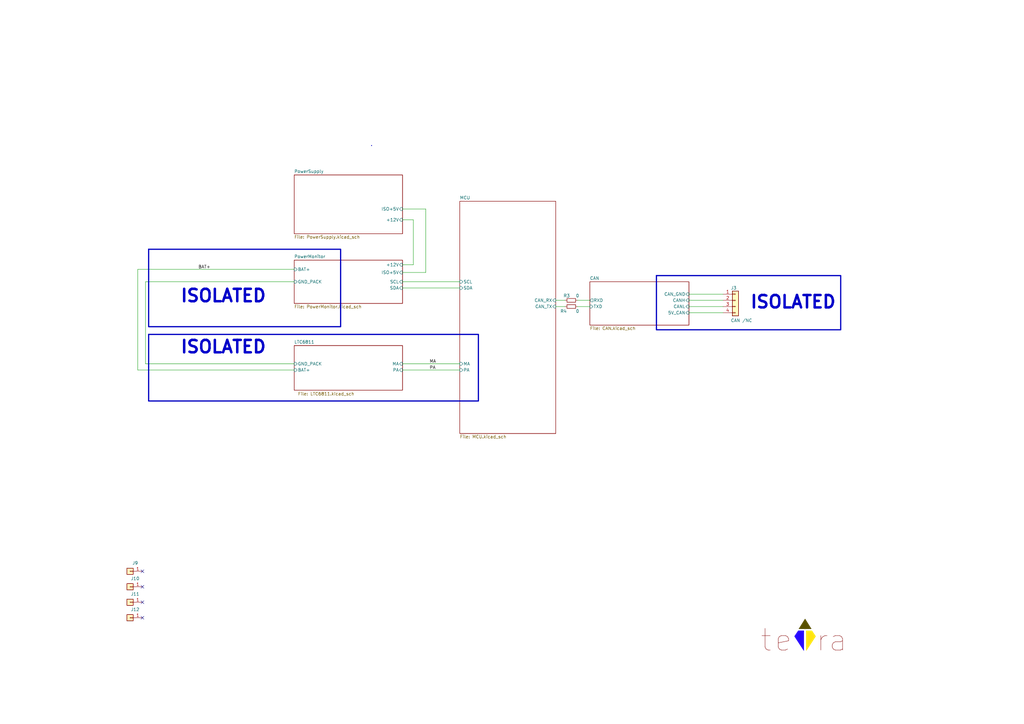
<source format=kicad_sch>
(kicad_sch (version 20230121) (generator eeschema)

  (uuid 6a86ff6f-b159-4c4c-8a40-e732cc82e010)

  (paper "A3")

  (title_block
    (title "BMS-Master")
    (date "2023-10-19")
    (rev "V0.1")
    (company "teTra")
  )

  (lib_symbols
    (symbol "Connector_Generic:Conn_01x01" (pin_names (offset 1.016) hide) (in_bom yes) (on_board yes)
      (property "Reference" "J" (at 0 2.54 0)
        (effects (font (size 1.27 1.27)))
      )
      (property "Value" "Conn_01x01" (at 0 -2.54 0)
        (effects (font (size 1.27 1.27)))
      )
      (property "Footprint" "" (at 0 0 0)
        (effects (font (size 1.27 1.27)) hide)
      )
      (property "Datasheet" "~" (at 0 0 0)
        (effects (font (size 1.27 1.27)) hide)
      )
      (property "ki_keywords" "connector" (at 0 0 0)
        (effects (font (size 1.27 1.27)) hide)
      )
      (property "ki_description" "Generic connector, single row, 01x01, script generated (kicad-library-utils/schlib/autogen/connector/)" (at 0 0 0)
        (effects (font (size 1.27 1.27)) hide)
      )
      (property "ki_fp_filters" "Connector*:*_1x??_*" (at 0 0 0)
        (effects (font (size 1.27 1.27)) hide)
      )
      (symbol "Conn_01x01_1_1"
        (rectangle (start -1.27 0.127) (end 0 -0.127)
          (stroke (width 0.1524) (type default))
          (fill (type none))
        )
        (rectangle (start -1.27 1.27) (end 1.27 -1.27)
          (stroke (width 0.254) (type default))
          (fill (type background))
        )
        (pin passive line (at -5.08 0 0) (length 3.81)
          (name "Pin_1" (effects (font (size 1.27 1.27))))
          (number "1" (effects (font (size 1.27 1.27))))
        )
      )
    )
    (symbol "Connector_Generic:Conn_01x04" (pin_names (offset 1.016) hide) (in_bom yes) (on_board yes)
      (property "Reference" "J" (at 0 5.08 0)
        (effects (font (size 1.27 1.27)))
      )
      (property "Value" "Conn_01x04" (at 0 -7.62 0)
        (effects (font (size 1.27 1.27)))
      )
      (property "Footprint" "Connector_PinHeader_2.54mm:PinHeader_1x04_P2.54mm_Vertical" (at 0 0 0)
        (effects (font (size 1.27 1.27)) hide)
      )
      (property "Datasheet" "~" (at 0 0 0)
        (effects (font (size 1.27 1.27)) hide)
      )
      (property "ki_keywords" "connector" (at 0 0 0)
        (effects (font (size 1.27 1.27)) hide)
      )
      (property "ki_description" "Generic connector, single row, 01x04, script generated (kicad-library-utils/schlib/autogen/connector/)" (at 0 0 0)
        (effects (font (size 1.27 1.27)) hide)
      )
      (property "ki_fp_filters" "Connector*:*_1x??_*" (at 0 0 0)
        (effects (font (size 1.27 1.27)) hide)
      )
      (symbol "Conn_01x04_1_1"
        (rectangle (start -1.27 -4.953) (end 0 -5.207)
          (stroke (width 0.1524) (type default))
          (fill (type none))
        )
        (rectangle (start -1.27 -2.413) (end 0 -2.667)
          (stroke (width 0.1524) (type default))
          (fill (type none))
        )
        (rectangle (start -1.27 0.127) (end 0 -0.127)
          (stroke (width 0.1524) (type default))
          (fill (type none))
        )
        (rectangle (start -1.27 2.667) (end 0 2.413)
          (stroke (width 0.1524) (type default))
          (fill (type none))
        )
        (rectangle (start -1.27 3.81) (end 1.27 -6.35)
          (stroke (width 0.254) (type default))
          (fill (type background))
        )
        (pin passive line (at -5.08 2.54 0) (length 3.81)
          (name "Pin_1" (effects (font (size 1.27 1.27))))
          (number "1" (effects (font (size 1.27 1.27))))
        )
        (pin passive line (at -5.08 0 0) (length 3.81)
          (name "Pin_2" (effects (font (size 1.27 1.27))))
          (number "2" (effects (font (size 1.27 1.27))))
        )
        (pin passive line (at -5.08 -2.54 0) (length 3.81)
          (name "Pin_3" (effects (font (size 1.27 1.27))))
          (number "3" (effects (font (size 1.27 1.27))))
        )
        (pin passive line (at -5.08 -5.08 0) (length 3.81)
          (name "Pin_4" (effects (font (size 1.27 1.27))))
          (number "4" (effects (font (size 1.27 1.27))))
        )
      )
    )
    (symbol "Device:R_Small" (pin_numbers hide) (pin_names (offset 0.254) hide) (in_bom yes) (on_board yes)
      (property "Reference" "R" (at 0.762 0.508 0)
        (effects (font (size 1.27 1.27)) (justify left))
      )
      (property "Value" "R_Small" (at 0.762 -1.016 0)
        (effects (font (size 1.27 1.27)) (justify left))
      )
      (property "Footprint" "" (at 0 0 0)
        (effects (font (size 1.27 1.27)) hide)
      )
      (property "Datasheet" "~" (at 0 0 0)
        (effects (font (size 1.27 1.27)) hide)
      )
      (property "ki_keywords" "R resistor" (at 0 0 0)
        (effects (font (size 1.27 1.27)) hide)
      )
      (property "ki_description" "Resistor, small symbol" (at 0 0 0)
        (effects (font (size 1.27 1.27)) hide)
      )
      (property "ki_fp_filters" "R_*" (at 0 0 0)
        (effects (font (size 1.27 1.27)) hide)
      )
      (symbol "R_Small_0_1"
        (rectangle (start -0.762 1.778) (end 0.762 -1.778)
          (stroke (width 0.2032) (type default))
          (fill (type none))
        )
      )
      (symbol "R_Small_1_1"
        (pin passive line (at 0 2.54 270) (length 0.762)
          (name "~" (effects (font (size 1.27 1.27))))
          (number "1" (effects (font (size 1.27 1.27))))
        )
        (pin passive line (at 0 -2.54 90) (length 0.762)
          (name "~" (effects (font (size 1.27 1.27))))
          (number "2" (effects (font (size 1.27 1.27))))
        )
      )
    )
    (symbol "Fiber_Optic:logo" (pin_numbers hide) (pin_names (offset 0) hide) (in_bom yes) (on_board yes)
      (property "Reference" "LOGO" (at 7.747 8.763 0)
        (effects (font (size 1.27 1.27)) hide)
      )
      (property "Value" "teTra" (at 0.254 7.874 0)
        (effects (font (size 1.27 1.27)) hide)
      )
      (property "Footprint" "Symbol:teTra-LOGO" (at 0 3.302 0)
        (effects (font (size 1.27 1.27)) hide)
      )
      (property "Datasheet" "" (at 0 3.302 0)
        (effects (font (size 1.27 1.27)) hide)
      )
      (symbol "logo_1_1"
        (polyline
          (pts
            (xy 0 7.112)
            (xy -2.54 3.048)
            (xy 2.54 3.048)
            (xy 0 7.112)
          )
          (stroke (width 0) (type default) (color 88 80 0 1))
          (fill (type color) (color 88 80 0 1))
        )
        (polyline
          (pts
            (xy -0.508 2.286)
            (xy -2.794 2.286)
            (xy -4.318 0)
            (xy -0.508 -5.842)
            (xy -0.508 2.286)
          )
          (stroke (width 0) (type default) (color 38 9 255 1))
          (fill (type color) (color 38 9 255 1))
        )
        (polyline
          (pts
            (xy 0.508 2.286)
            (xy 2.794 2.286)
            (xy 4.318 0)
            (xy 0.508 -5.842)
            (xy 0.508 2.286)
          )
          (stroke (width 0) (type default) (color 255 228 16 1))
          (fill (type color) (color 255 228 16 1))
        )
        (text "a" (at 13.462 -1.524 0)
          (effects (font (face "KiCad Font") (size 8.89 8.89)))
        )
        (text "e" (at -8.89 -1.524 0)
          (effects (font (face "KiCad Font") (size 8.89 8.89)))
        )
        (text "r" (at 7.112 -1.524 0)
          (effects (font (size 8.89 8.89)))
        )
        (text "t" (at -16.002 -1.524 0)
          (effects (font (size 8.89 8.89)))
        )
      )
    )
  )


  (no_connect (at 58.42 240.665) (uuid 063586cc-a580-48fd-89cd-ea9799bd846b))
  (no_connect (at 58.42 247.015) (uuid 1032ec73-d384-495a-9208-3a628c10ef07))
  (no_connect (at 58.42 234.315) (uuid 22f3973b-66c5-4045-8727-c2cdf1ca18f9))
  (no_connect (at 58.42 253.365) (uuid f48ff6f6-9760-4e31-a4e0-4b910cd0768e))

  (wire (pts (xy 165.1 115.57) (xy 188.595 115.57))
    (stroke (width 0) (type default))
    (uuid 011ac7e5-f05f-46c1-a182-215072e4ebc1)
  )
  (wire (pts (xy 174.625 111.76) (xy 165.1 111.76))
    (stroke (width 0) (type default))
    (uuid 21235583-bdc3-4dc0-8176-9f1537091e72)
  )
  (wire (pts (xy 165.1 118.11) (xy 188.595 118.11))
    (stroke (width 0) (type default))
    (uuid 25f61138-6c5d-47b3-8f5a-a7e3638e4741)
  )
  (wire (pts (xy 165.1 85.725) (xy 174.625 85.725))
    (stroke (width 0) (type default))
    (uuid 31007384-37d2-44ef-995a-0de8d953d844)
  )
  (wire (pts (xy 120.65 151.765) (xy 56.515 151.765))
    (stroke (width 0) (type default))
    (uuid 37e3c98f-e599-4899-9bd7-ac208c0aeff9)
  )
  (wire (pts (xy 227.965 125.73) (xy 231.775 125.73))
    (stroke (width 0) (type default))
    (uuid 46e88a53-ed75-4660-bc1c-c2b95c9941ac)
  )
  (wire (pts (xy 169.545 108.585) (xy 165.1 108.585))
    (stroke (width 0) (type default))
    (uuid 496569fb-ffec-4144-afb7-f85596ee4d37)
  )
  (wire (pts (xy 165.1 90.17) (xy 169.545 90.17))
    (stroke (width 0) (type default))
    (uuid 7ceb9a31-626c-412d-b9c2-ebecc99d5fb3)
  )
  (wire (pts (xy 59.69 115.57) (xy 59.69 149.225))
    (stroke (width 0) (type default))
    (uuid 7ed2da59-290c-4aa4-9076-580d7db53206)
  )
  (wire (pts (xy 296.545 125.73) (xy 282.575 125.73))
    (stroke (width 0) (type default))
    (uuid 838f6985-0327-41c6-8dbe-9a7f9dc3e182)
  )
  (wire (pts (xy 120.65 115.57) (xy 59.69 115.57))
    (stroke (width 0) (type default))
    (uuid 9c38bf57-7d5e-4593-b202-443dc2bbc220)
  )
  (wire (pts (xy 56.515 110.49) (xy 120.65 110.49))
    (stroke (width 0) (type default))
    (uuid a7024796-a224-4401-9ebd-b1577724675d)
  )
  (wire (pts (xy 282.575 123.19) (xy 296.545 123.19))
    (stroke (width 0) (type default))
    (uuid a818bd30-8138-4cda-908e-843677812338)
  )
  (wire (pts (xy 174.625 85.725) (xy 174.625 111.76))
    (stroke (width 0) (type default))
    (uuid b3bc85be-cccc-474c-9f74-cfaec25a6143)
  )
  (wire (pts (xy 165.1 151.765) (xy 188.595 151.765))
    (stroke (width 0) (type default))
    (uuid b4ff6b0a-7e93-4337-9256-155e814815ae)
  )
  (wire (pts (xy 227.965 123.19) (xy 231.775 123.19))
    (stroke (width 0) (type default))
    (uuid bc7dd930-2602-4e2e-93c3-9599f2f9060b)
  )
  (wire (pts (xy 59.69 149.225) (xy 120.65 149.225))
    (stroke (width 0) (type default))
    (uuid cf6e3bdc-fda9-4d23-b393-dc1a498ddf4c)
  )
  (wire (pts (xy 236.855 125.73) (xy 241.935 125.73))
    (stroke (width 0) (type default))
    (uuid d7585c83-ae7b-4c0f-b9af-12e4f2dd96e3)
  )
  (wire (pts (xy 296.545 120.65) (xy 282.575 120.65))
    (stroke (width 0) (type default))
    (uuid e37e31ce-5374-4011-af1c-816030314276)
  )
  (wire (pts (xy 165.1 149.225) (xy 188.595 149.225))
    (stroke (width 0) (type default))
    (uuid eb19816b-c788-4dca-9af1-15c54d755980)
  )
  (wire (pts (xy 56.515 151.765) (xy 56.515 110.49))
    (stroke (width 0) (type default))
    (uuid ec153ab8-558e-47ee-b5f4-7a544b53d918)
  )
  (wire (pts (xy 169.545 90.17) (xy 169.545 108.585))
    (stroke (width 0) (type default))
    (uuid effcf50a-7e4b-44a7-8933-4cfa31679a39)
  )
  (wire (pts (xy 282.575 128.27) (xy 296.545 128.27))
    (stroke (width 0) (type default))
    (uuid fb0d7c1a-9a7c-4189-9d0b-0aabda2cc7d2)
  )
  (wire (pts (xy 236.855 123.19) (xy 241.935 123.19))
    (stroke (width 0) (type default))
    (uuid fb49b02c-487f-43e3-8e44-5aa4e61eee8c)
  )

  (rectangle (start 60.96 102.235) (end 139.7 133.985)
    (stroke (width 0.5) (type default))
    (fill (type none))
    (uuid 0f5294eb-d01d-40d6-a4a4-642c2518a53a)
  )
  (rectangle (start 152.4 59.69) (end 152.4 59.69)
    (stroke (width 0) (type default))
    (fill (type none))
    (uuid 16ed3026-92db-43e4-94ce-cb9942d539a9)
  )
  (rectangle (start 152.4 59.69) (end 152.4 59.69)
    (stroke (width 0) (type default))
    (fill (type none))
    (uuid 223aa8e8-e165-46dc-8004-d0f7a65ecba6)
  )
  (rectangle (start 152.4 59.69) (end 152.4 59.69)
    (stroke (width 0) (type default))
    (fill (type none))
    (uuid 2fcede93-9de7-495d-a723-2d73c73c7b6f)
  )
  (rectangle (start 152.4 59.69) (end 152.4 59.69)
    (stroke (width 0) (type default))
    (fill (type none))
    (uuid 5fbfa526-c30f-47f6-8144-7f30cec9d859)
  )
  (rectangle (start 152.4 59.69) (end 152.4 59.69)
    (stroke (width 0) (type default))
    (fill (type none))
    (uuid 6417f53f-a88b-4d4d-99b7-072470c6c0a0)
  )
  (rectangle (start 152.4 59.69) (end 152.4 59.69)
    (stroke (width 0) (type default))
    (fill (type none))
    (uuid 761ccd63-a067-48de-bb96-f182215cb15d)
  )
  (rectangle (start 152.4 59.69) (end 152.4 59.69)
    (stroke (width 0) (type default))
    (fill (type none))
    (uuid 7833effb-1ef3-4514-9423-6ce15b0e7601)
  )
  (rectangle (start 152.4 59.69) (end 152.4 59.69)
    (stroke (width 0) (type default))
    (fill (type none))
    (uuid 84c90483-45a3-4739-b73e-9c011eb5a6b3)
  )
  (rectangle (start 152.4 59.69) (end 152.4 59.69)
    (stroke (width 0) (type default))
    (fill (type none))
    (uuid a44f9e23-e56b-46ab-98e0-a509f1df9112)
  )
  (rectangle (start 152.4 59.69) (end 152.4 59.69)
    (stroke (width 0) (type default))
    (fill (type none))
    (uuid a6c3c0d5-36dd-4850-b1a5-9e9d33dbee96)
  )
  (rectangle (start 152.4 59.69) (end 152.4 59.69)
    (stroke (width 0) (type default))
    (fill (type none))
    (uuid cc05d2e2-b228-431e-bdc0-e0860c04d0cb)
  )
  (rectangle (start 269.24 113.03) (end 344.805 135.255)
    (stroke (width 0.5) (type default))
    (fill (type none))
    (uuid d1641d51-57d4-43f0-bc53-8f624be3d3a1)
  )
  (rectangle (start 152.4 59.69) (end 152.4 59.69)
    (stroke (width 0) (type default))
    (fill (type none))
    (uuid d8735071-f685-4511-9a51-ec1dbf78025d)
  )
  (rectangle (start 152.4 59.69) (end 152.4 59.69)
    (stroke (width 0) (type default))
    (fill (type none))
    (uuid ea6bb95e-e93f-4e24-b732-f58cac2dd5b5)
  )
  (rectangle (start 152.4 59.69) (end 152.4 59.69)
    (stroke (width 0) (type default))
    (fill (type none))
    (uuid ec13c14f-f372-47c6-8a1b-793204123c6b)
  )
  (rectangle (start 60.96 137.16) (end 196.215 164.465)
    (stroke (width 0.5) (type default))
    (fill (type none))
    (uuid ecd79333-2b26-4913-bd9c-63cb6b9965e8)
  )
  (rectangle (start 152.4 59.69) (end 152.4 59.69)
    (stroke (width 0) (type default))
    (fill (type none))
    (uuid ef661221-3ee0-456b-8605-67b88b2feaa8)
  )
  (rectangle (start 152.4 59.69) (end 152.4 59.69)
    (stroke (width 0) (type default))
    (fill (type none))
    (uuid fd9b1398-e4ca-40d7-b486-76ff1cab045d)
  )

  (text "ISOLATED" (at 73.66 124.46 0)
    (effects (font (size 5.08 5.08) (thickness 1.016) bold) (justify left bottom))
    (uuid 2b4ff500-8b80-481c-a4af-fe7ec88ad5a1)
  )
  (text "ISOLATED" (at 73.66 145.415 0)
    (effects (font (size 5.08 5.08) (thickness 1.016) bold) (justify left bottom))
    (uuid 2f72da79-bdf8-4579-9ed1-a83544662245)
  )
  (text "ISOLATED" (at 307.34 127 0)
    (effects (font (size 5.08 5.08) (thickness 1.016) bold) (justify left bottom))
    (uuid ad00bf51-f311-4529-b191-851f619e2a99)
  )

  (label "BAT+" (at 81.28 110.49 0) (fields_autoplaced)
    (effects (font (size 1.27 1.27)) (justify left bottom))
    (uuid 19755d36-fd06-42d9-b98a-95b88cc641a7)
  )
  (label "PA" (at 176.149 151.765 0) (fields_autoplaced)
    (effects (font (size 1.27 1.27)) (justify left bottom))
    (uuid 6db54366-f85d-41d5-8f6f-fde0e52d91b9)
  )
  (label "MA" (at 176.149 149.225 0) (fields_autoplaced)
    (effects (font (size 1.27 1.27)) (justify left bottom))
    (uuid edf68c01-1995-433f-84e2-a8f5e0db81ec)
  )

  (symbol (lib_id "Connector_Generic:Conn_01x01") (at 53.34 234.315 180) (unit 1)
    (in_bom yes) (on_board yes) (dnp no)
    (uuid 14c9baf5-26bb-450a-95bd-8c9a4b49d6a4)
    (property "Reference" "J9" (at 55.4228 230.9368 0)
      (effects (font (size 1.27 1.27)))
    )
    (property "Value" "Hole /NC" (at 55.4228 230.9114 0)
      (effects (font (size 1.27 1.27)) hide)
    )
    (property "Footprint" "MountingHole:MountingHole_3.2mm_M3_ISO7380_Pad" (at 53.34 234.315 0)
      (effects (font (size 1.27 1.27)) hide)
    )
    (property "Datasheet" "~" (at 53.34 234.315 0)
      (effects (font (size 1.27 1.27)) hide)
    )
    (property "MPN" "N/A" (at 53.34 234.315 0)
      (effects (font (size 1.27 1.27)) hide)
    )
    (pin "1" (uuid ead4ebea-108e-4516-8b66-8e8b7f754ea0))
    (instances
      (project "LTC6811_ESP32_V1p21"
        (path "/6a86ff6f-b159-4c4c-8a40-e732cc82e010"
          (reference "J9") (unit 1)
        )
      )
      (project "LTC6811"
        (path "/c4061cfa-a05d-44c7-ba89-bb211c8b143a"
          (reference "J8") (unit 1)
        )
      )
    )
  )

  (symbol (lib_id "Device:R_Small") (at 234.315 125.73 90) (unit 1)
    (in_bom yes) (on_board yes) (dnp no)
    (uuid 4d2e84c3-efd6-4c37-9770-d0126e577c1e)
    (property "Reference" "R4" (at 231.14 127.635 90)
      (effects (font (size 1.27 1.27)))
    )
    (property "Value" "0" (at 236.855 127.635 90)
      (effects (font (size 1.27 1.27)))
    )
    (property "Footprint" "Resistor_SMD:R_0603_1608Metric" (at 234.315 125.73 0)
      (effects (font (size 1.27 1.27)) hide)
    )
    (property "Datasheet" "https://www.yageo.com/upload/media/product/products/datasheet/rchip/PYu-RC_Group_51_RoHS_L_12.pdf" (at 234.315 125.73 0)
      (effects (font (size 1.27 1.27)) hide)
    )
    (property "MPN" "RC0603JR-070RL" (at 234.315 125.73 0)
      (effects (font (size 1.27 1.27)) hide)
    )
    (property "Description" "0 Ohms Jumper Chip Resistor 0603 (1608 Metric) Moisture Resistant Thick Film" (at 234.315 125.73 0)
      (effects (font (size 1.27 1.27)) hide)
    )
    (property "Link" "https://www.digikey.jp/en/products/detail/yageo/RC0603JR-070RL/726675?s=N4IgTCBcDaIEoGEAMA2JBmAUnAtEg7EnADIgC6AvkA" (at 234.315 125.73 0)
      (effects (font (size 1.27 1.27)) hide)
    )
    (pin "1" (uuid 54028dbf-0ed0-4857-bbb4-36f11f87bebc))
    (pin "2" (uuid cd930c02-1b7e-46e3-aa3a-1f934f5a328a))
    (instances
      (project "LTC6811_ESP32_V1p21"
        (path "/6a86ff6f-b159-4c4c-8a40-e732cc82e010"
          (reference "R4") (unit 1)
        )
      )
    )
  )

  (symbol (lib_id "Connector_Generic:Conn_01x01") (at 53.34 240.665 180) (unit 1)
    (in_bom yes) (on_board yes) (dnp no)
    (uuid 8a2e89e0-4d88-47d1-9c9d-dd4806326183)
    (property "Reference" "J10" (at 55.4228 237.2868 0)
      (effects (font (size 1.27 1.27)))
    )
    (property "Value" "Hole /NC" (at 55.4228 237.2614 0)
      (effects (font (size 1.27 1.27)) hide)
    )
    (property "Footprint" "MountingHole:MountingHole_3.2mm_M3_ISO7380_Pad" (at 53.34 240.665 0)
      (effects (font (size 1.27 1.27)) hide)
    )
    (property "Datasheet" "~" (at 53.34 240.665 0)
      (effects (font (size 1.27 1.27)) hide)
    )
    (property "MPN" "N/A" (at 53.34 240.665 0)
      (effects (font (size 1.27 1.27)) hide)
    )
    (pin "1" (uuid 1d4c8cfb-70c1-4098-8eeb-3ed5d39d6e8b))
    (instances
      (project "LTC6811_ESP32_V1p21"
        (path "/6a86ff6f-b159-4c4c-8a40-e732cc82e010"
          (reference "J10") (unit 1)
        )
      )
      (project "LTC6811"
        (path "/c4061cfa-a05d-44c7-ba89-bb211c8b143a"
          (reference "J5") (unit 1)
        )
      )
    )
  )

  (symbol (lib_id "Connector_Generic:Conn_01x01") (at 53.34 247.015 180) (unit 1)
    (in_bom yes) (on_board yes) (dnp no)
    (uuid 8bb2778d-bd02-4535-aa6e-74bedd04d6ad)
    (property "Reference" "J11" (at 55.4228 243.6368 0)
      (effects (font (size 1.27 1.27)))
    )
    (property "Value" "Hole /NC" (at 55.4228 243.6114 0)
      (effects (font (size 1.27 1.27)) hide)
    )
    (property "Footprint" "MountingHole:MountingHole_3.2mm_M3_ISO7380_Pad" (at 53.34 247.015 0)
      (effects (font (size 1.27 1.27)) hide)
    )
    (property "Datasheet" "~" (at 53.34 247.015 0)
      (effects (font (size 1.27 1.27)) hide)
    )
    (property "MPN" "N/A" (at 53.34 247.015 0)
      (effects (font (size 1.27 1.27)) hide)
    )
    (pin "1" (uuid 101ee9da-b5f8-4c0b-b96c-ee1ee27031c9))
    (instances
      (project "LTC6811_ESP32_V1p21"
        (path "/6a86ff6f-b159-4c4c-8a40-e732cc82e010"
          (reference "J11") (unit 1)
        )
      )
      (project "LTC6811"
        (path "/c4061cfa-a05d-44c7-ba89-bb211c8b143a"
          (reference "J6") (unit 1)
        )
      )
    )
  )

  (symbol (lib_id "Connector_Generic:Conn_01x01") (at 53.34 253.365 180) (unit 1)
    (in_bom yes) (on_board yes) (dnp no)
    (uuid 92debd96-33ac-4027-b04a-6747f6db4290)
    (property "Reference" "J12" (at 55.4228 249.9868 0)
      (effects (font (size 1.27 1.27)))
    )
    (property "Value" "Hole /NC" (at 55.4228 249.9614 0)
      (effects (font (size 1.27 1.27)) hide)
    )
    (property "Footprint" "MountingHole:MountingHole_3.2mm_M3_ISO7380_Pad" (at 53.34 253.365 0)
      (effects (font (size 1.27 1.27)) hide)
    )
    (property "Datasheet" "~" (at 53.34 253.365 0)
      (effects (font (size 1.27 1.27)) hide)
    )
    (property "MPN" "N/A" (at 53.34 253.365 0)
      (effects (font (size 1.27 1.27)) hide)
    )
    (pin "1" (uuid f8294e80-7530-4474-a588-b397de900e85))
    (instances
      (project "LTC6811_ESP32_V1p21"
        (path "/6a86ff6f-b159-4c4c-8a40-e732cc82e010"
          (reference "J12") (unit 1)
        )
      )
      (project "LTC6811"
        (path "/c4061cfa-a05d-44c7-ba89-bb211c8b143a"
          (reference "J8") (unit 1)
        )
      )
    )
  )

  (symbol (lib_id "Connector_Generic:Conn_01x04") (at 301.625 123.19 0) (unit 1)
    (in_bom yes) (on_board yes) (dnp no)
    (uuid dfa3421d-f1bc-4f8a-9f76-d385d7166dae)
    (property "Reference" "J3" (at 299.72 118.11 0)
      (effects (font (size 1.27 1.27)) (justify left))
    )
    (property "Value" "CAN /NC" (at 299.72 131.445 0)
      (effects (font (size 1.27 1.27)) (justify left))
    )
    (property "Footprint" "Connector_PinHeader_2.54mm:PinHeader_1x04_P2.54mm_Vertical" (at 301.625 123.19 0)
      (effects (font (size 1.27 1.27)) hide)
    )
    (property "Datasheet" "https://cdn.amphenol-cs.com/media/wysiwyg/files/drawing/g800wxxxxxxeu_1.pdf" (at 301.625 123.19 0)
      (effects (font (size 1.27 1.27)) hide)
    )
    (property "Description" "Connector Header Through Hole 4 position 0.100\" (2.54mm)" (at 301.625 123.19 0)
      (effects (font (size 1.27 1.27)) hide)
    )
    (property "Link" "https://www.digikey.jp/en/products/detail/amphenol-cs-commercial-products/G800W304018EU/13682993" (at 301.625 123.19 0)
      (effects (font (size 1.27 1.27)) hide)
    )
    (property "MPN" "G800W304018EU" (at 301.625 123.19 0)
      (effects (font (size 1.27 1.27)) hide)
    )
    (pin "1" (uuid f76bcf01-8ff2-4de4-82eb-e304954d7389))
    (pin "2" (uuid f771fc59-f187-4166-b847-69c9d3e15f99))
    (pin "3" (uuid 4428bf24-1201-47c2-ab28-ddef0301aaf6))
    (pin "4" (uuid 8097647d-0e20-447c-a41a-8b4f28721bd1))
    (instances
      (project "LTC6811_ESP32_V1p21"
        (path "/6a86ff6f-b159-4c4c-8a40-e732cc82e010"
          (reference "J3") (unit 1)
        )
      )
      (project "L9963E+ESP32"
        (path "/e9bba7f0-c10d-45df-9f8e-74901087917a"
          (reference "J3") (unit 1)
        )
      )
    )
  )

  (symbol (lib_id "Device:R_Small") (at 234.315 123.19 90) (unit 1)
    (in_bom yes) (on_board yes) (dnp no)
    (uuid e17bcd56-d08f-4251-99ad-76263b3f0029)
    (property "Reference" "R3" (at 232.41 121.285 90)
      (effects (font (size 1.27 1.27)))
    )
    (property "Value" "0" (at 236.855 121.285 90)
      (effects (font (size 1.27 1.27)))
    )
    (property "Footprint" "Resistor_SMD:R_0603_1608Metric" (at 234.315 123.19 0)
      (effects (font (size 1.27 1.27)) hide)
    )
    (property "Datasheet" "https://www.yageo.com/upload/media/product/products/datasheet/rchip/PYu-RC_Group_51_RoHS_L_12.pdf" (at 234.315 123.19 0)
      (effects (font (size 1.27 1.27)) hide)
    )
    (property "MPN" "RC0603JR-070RL" (at 234.315 123.19 0)
      (effects (font (size 1.27 1.27)) hide)
    )
    (property "Description" "0 Ohms Jumper Chip Resistor 0603 (1608 Metric) Moisture Resistant Thick Film" (at 234.315 123.19 0)
      (effects (font (size 1.27 1.27)) hide)
    )
    (property "Link" "https://www.digikey.jp/en/products/detail/yageo/RC0603JR-070RL/726675?s=N4IgTCBcDaIEoGEAMA2JBmAUnAtEg7EnADIgC6AvkA" (at 234.315 123.19 0)
      (effects (font (size 1.27 1.27)) hide)
    )
    (pin "1" (uuid a5d3164c-2707-434f-b2e5-1e2b10fbea27))
    (pin "2" (uuid 2cd1a3a4-653c-494f-95ee-bd46639629c0))
    (instances
      (project "LTC6811_ESP32_V1p21"
        (path "/6a86ff6f-b159-4c4c-8a40-e732cc82e010"
          (reference "R3") (unit 1)
        )
      )
    )
  )

  (symbol (lib_id "Fiber_Optic:logo") (at 330.2 260.985 0) (unit 1)
    (in_bom yes) (on_board yes) (dnp no) (fields_autoplaced)
    (uuid fa65b393-8ebe-4854-9176-2af361d7981a)
    (property "Reference" "LOGO1" (at 337.947 252.222 0)
      (effects (font (size 1.27 1.27)) hide)
    )
    (property "Value" "teTra /NC" (at 330.454 253.111 0)
      (effects (font (size 1.27 1.27)) hide)
    )
    (property "Footprint" "Library:teTra-LOGO" (at 330.2 257.683 0)
      (effects (font (size 1.27 1.27)) hide)
    )
    (property "Datasheet" "" (at 330.2 257.683 0)
      (effects (font (size 1.27 1.27)) hide)
    )
    (instances
      (project "LTC6811_ESP32_V1p21"
        (path "/6a86ff6f-b159-4c4c-8a40-e732cc82e010"
          (reference "LOGO1") (unit 1)
        )
      )
    )
  )

  (sheet (at 241.935 115.57) (size 40.64 17.78) (fields_autoplaced)
    (stroke (width 0) (type solid))
    (fill (color 0 0 0 0.0000))
    (uuid 00000000-0000-0000-0000-00005a91e16c)
    (property "Sheetname" "CAN" (at 241.935 114.8584 0)
      (effects (font (size 1.27 1.27)) (justify left bottom))
    )
    (property "Sheetfile" "CAN.kicad_sch" (at 241.935 133.9346 0)
      (effects (font (size 1.27 1.27)) (justify left top))
    )
    (pin "CANH" input (at 282.575 123.19 0)
      (effects (font (size 1.27 1.27)) (justify right))
      (uuid 603cb568-ebc1-4fb6-ad4d-523b4f90a4ad)
    )
    (pin "CANL" input (at 282.575 125.73 0)
      (effects (font (size 1.27 1.27)) (justify right))
      (uuid dbc4cbb2-74f1-400f-839d-53dbbfc07e98)
    )
    (pin "5V_CAN" input (at 282.575 128.27 0)
      (effects (font (size 1.27 1.27)) (justify right))
      (uuid 49bb8ecc-7616-40e5-ad46-d7cc552fff35)
    )
    (pin "CAN_GND" input (at 282.575 120.65 0)
      (effects (font (size 1.27 1.27)) (justify right))
      (uuid 4b944d34-353b-447d-9456-5cc627305f7b)
    )
    (pin "RXD" output (at 241.935 123.19 180)
      (effects (font (size 1.27 1.27)) (justify left))
      (uuid e7c02fdc-da22-4866-ac26-2eac3a7cf0ac)
    )
    (pin "TXD" input (at 241.935 125.73 180)
      (effects (font (size 1.27 1.27)) (justify left))
      (uuid 43930b09-b929-4bb1-977f-413e25e60f62)
    )
    (instances
      (project "LTC6811_ESP32_V1p21"
        (path "/6a86ff6f-b159-4c4c-8a40-e732cc82e010" (page "5"))
      )
    )
  )

  (sheet (at 188.595 82.55) (size 39.37 95.25) (fields_autoplaced)
    (stroke (width 0) (type solid))
    (fill (color 0 0 0 0.0000))
    (uuid 00000000-0000-0000-0000-00005ab72d4d)
    (property "Sheetname" "MCU" (at 188.595 81.8384 0)
      (effects (font (size 1.27 1.27)) (justify left bottom))
    )
    (property "Sheetfile" "MCU.kicad_sch" (at 188.595 178.3846 0)
      (effects (font (size 1.27 1.27)) (justify left top))
    )
    (pin "CAN_RX" input (at 227.965 123.19 0)
      (effects (font (size 1.27 1.27)) (justify right))
      (uuid d1826ec9-7344-48ad-b778-b6009e5bc8bd)
    )
    (pin "CAN_TX" input (at 227.965 125.73 0)
      (effects (font (size 1.27 1.27)) (justify right))
      (uuid 6f79f6be-c76f-425b-a542-e6d60e8fa403)
    )
    (pin "SCL" input (at 188.595 115.57 180)
      (effects (font (size 1.27 1.27)) (justify left))
      (uuid e561b59c-8547-44af-b88f-353ee07cecf5)
    )
    (pin "SDA" input (at 188.595 118.11 180)
      (effects (font (size 1.27 1.27)) (justify left))
      (uuid 7c650a76-2028-4a4d-b639-a0a05e72be8c)
    )
    (pin "MA" input (at 188.595 149.225 180)
      (effects (font (size 1.27 1.27)) (justify left))
      (uuid a7b5b24d-2366-4f9e-a64e-b62587a092d6)
    )
    (pin "PA" input (at 188.595 151.765 180)
      (effects (font (size 1.27 1.27)) (justify left))
      (uuid 3d24a4d3-fac6-4e03-beff-88b4e436fb93)
    )
    (instances
      (project "LTC6811_ESP32_V1p21"
        (path "/6a86ff6f-b159-4c4c-8a40-e732cc82e010" (page "4"))
      )
    )
  )

  (sheet (at 120.65 71.755) (size 44.45 24.13) (fields_autoplaced)
    (stroke (width 0) (type solid))
    (fill (color 0 0 0 0.0000))
    (uuid 00000000-0000-0000-0000-00005ac18063)
    (property "Sheetname" "PowerSupply" (at 120.65 71.0434 0)
      (effects (font (size 1.27 1.27)) (justify left bottom))
    )
    (property "Sheetfile" "PowerSupply.kicad_sch" (at 120.65 96.4696 0)
      (effects (font (size 1.27 1.27)) (justify left top))
    )
    (pin "ISO+5V" input (at 165.1 85.725 0)
      (effects (font (size 1.27 1.27)) (justify right))
      (uuid a9486408-a005-44e8-a0d4-92e69d1f73ec)
    )
    (pin "+12V" input (at 165.1 90.17 0)
      (effects (font (size 1.27 1.27)) (justify right))
      (uuid debf8201-72b1-4765-9e29-9941561a2415)
    )
    (instances
      (project "LTC6811_ESP32_V1p21"
        (path "/6a86ff6f-b159-4c4c-8a40-e732cc82e010" (page "3"))
      )
    )
  )

  (sheet (at 120.65 106.68) (size 44.45 17.78) (fields_autoplaced)
    (stroke (width 0) (type solid))
    (fill (color 0 0 0 0.0000))
    (uuid 00000000-0000-0000-0000-00005c519ba0)
    (property "Sheetname" "PowerMonitor" (at 120.65 105.9684 0)
      (effects (font (size 1.27 1.27)) (justify left bottom))
    )
    (property "Sheetfile" "PowerMonitor.kicad_sch" (at 120.65 125.0446 0)
      (effects (font (size 1.27 1.27)) (justify left top))
    )
    (pin "SCL" input (at 165.1 115.57 0)
      (effects (font (size 1.27 1.27)) (justify right))
      (uuid deb276df-b50b-46a1-b161-10a29e12f9e9)
    )
    (pin "SDA" input (at 165.1 118.11 0)
      (effects (font (size 1.27 1.27)) (justify right))
      (uuid 3cbaefc6-4936-4885-908e-5329abc661bd)
    )
    (pin "GND_PACK" input (at 120.65 115.57 180)
      (effects (font (size 1.27 1.27)) (justify left))
      (uuid 3f22c2c1-c874-4cc4-9aa0-28e80e020cd6)
    )
    (pin "ISO+5V" input (at 165.1 111.76 0)
      (effects (font (size 1.27 1.27)) (justify right))
      (uuid 3731f840-4d28-453e-a4e3-782fdbc61aac)
    )
    (pin "+12V" input (at 165.1 108.585 0)
      (effects (font (size 1.27 1.27)) (justify right))
      (uuid 23bd8ac0-f1e7-4e71-b44e-7da758230751)
    )
    (pin "BAT+" input (at 120.65 110.49 180)
      (effects (font (size 1.27 1.27)) (justify left))
      (uuid 4ca754f7-5722-44ae-8606-6f02d85f577b)
    )
    (instances
      (project "LTC6811_ESP32_V1p21"
        (path "/6a86ff6f-b159-4c4c-8a40-e732cc82e010" (page "2"))
      )
    )
  )

  (sheet (at 120.65 141.732) (size 44.45 18.288)
    (stroke (width 0.1524) (type solid))
    (fill (color 0 0 0 0.0000))
    (uuid 0999518d-09c3-4a69-bd78-ff81b3ce8dd2)
    (property "Sheetname" "LTC6811" (at 120.65 141.0204 0)
      (effects (font (size 1.27 1.27)) (justify left bottom))
    )
    (property "Sheetfile" "LTC6811.kicad_sch" (at 122.174 160.782 0)
      (effects (font (size 1.27 1.27)) (justify left top))
    )
    (pin "MA" input (at 165.1 149.225 0)
      (effects (font (size 1.27 1.27)) (justify right))
      (uuid 1b6488c8-e8dd-45ee-af8b-75b1545a8761)
    )
    (pin "PA" input (at 165.1 151.765 0)
      (effects (font (size 1.27 1.27)) (justify right))
      (uuid 4749146a-2518-4392-980d-8b9fef421928)
    )
    (pin "GND_PACK" input (at 120.65 149.225 180)
      (effects (font (size 1.27 1.27)) (justify left))
      (uuid f6412358-896f-4f97-b3ad-13cd1de9fd7e)
    )
    (pin "BAT+" input (at 120.65 151.765 180)
      (effects (font (size 1.27 1.27)) (justify left))
      (uuid 7d0c71f0-1b04-496c-9d12-aa1368ba9a5d)
    )
    (instances
      (project "LTC6811_ESP32_V1p21"
        (path "/6a86ff6f-b159-4c4c-8a40-e732cc82e010" (page "7"))
      )
    )
  )

  (sheet_instances
    (path "/" (page "1"))
  )
)

</source>
